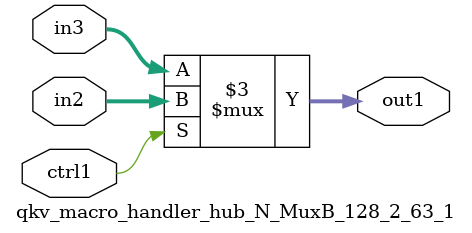
<source format=v>

`timescale 1ps / 1ps


module qkv_macro_handler_hub_N_MuxB_128_2_63_1( in3, in2, ctrl1, out1 );

    input [127:0] in3;
    input [127:0] in2;
    input ctrl1;
    output [127:0] out1;
    reg [127:0] out1;

    
    // rtl_process:qkv_macro_handler_hub_N_MuxB_128_2_63_1/qkv_macro_handler_hub_N_MuxB_128_2_63_1_thread_1
    always @*
      begin : qkv_macro_handler_hub_N_MuxB_128_2_63_1_thread_1
        case (ctrl1) 
          1'b1: 
            begin
              out1 = in2;
            end
          default: 
            begin
              out1 = in3;
            end
        endcase
      end

endmodule


</source>
